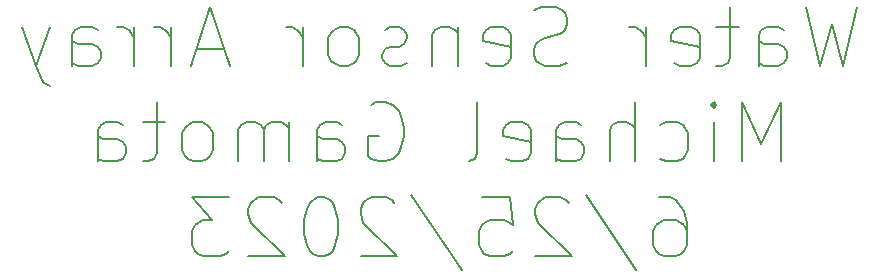
<source format=gbr>
%TF.GenerationSoftware,KiCad,Pcbnew,(6.0.7)*%
%TF.CreationDate,2023-06-25T15:17:45-07:00*%
%TF.ProjectId,watersensortraces,77617465-7273-4656-9e73-6f7274726163,rev?*%
%TF.SameCoordinates,Original*%
%TF.FileFunction,Legend,Bot*%
%TF.FilePolarity,Positive*%
%FSLAX46Y46*%
G04 Gerber Fmt 4.6, Leading zero omitted, Abs format (unit mm)*
G04 Created by KiCad (PCBNEW (6.0.7)) date 2023-06-25 15:17:45*
%MOMM*%
%LPD*%
G01*
G04 APERTURE LIST*
%ADD10C,0.150000*%
G04 APERTURE END LIST*
D10*
X163357142Y-91211904D02*
X162166666Y-96211904D01*
X161214285Y-92640476D01*
X160261904Y-96211904D01*
X159071428Y-91211904D01*
X155023809Y-96211904D02*
X155023809Y-93592857D01*
X155261904Y-93116666D01*
X155738095Y-92878571D01*
X156690476Y-92878571D01*
X157166666Y-93116666D01*
X155023809Y-95973809D02*
X155500000Y-96211904D01*
X156690476Y-96211904D01*
X157166666Y-95973809D01*
X157404761Y-95497619D01*
X157404761Y-95021428D01*
X157166666Y-94545238D01*
X156690476Y-94307142D01*
X155500000Y-94307142D01*
X155023809Y-94069047D01*
X153357142Y-92878571D02*
X151452380Y-92878571D01*
X152642857Y-91211904D02*
X152642857Y-95497619D01*
X152404761Y-95973809D01*
X151928571Y-96211904D01*
X151452380Y-96211904D01*
X147880952Y-95973809D02*
X148357142Y-96211904D01*
X149309523Y-96211904D01*
X149785714Y-95973809D01*
X150023809Y-95497619D01*
X150023809Y-93592857D01*
X149785714Y-93116666D01*
X149309523Y-92878571D01*
X148357142Y-92878571D01*
X147880952Y-93116666D01*
X147642857Y-93592857D01*
X147642857Y-94069047D01*
X150023809Y-94545238D01*
X145500000Y-96211904D02*
X145500000Y-92878571D01*
X145500000Y-93830952D02*
X145261904Y-93354761D01*
X145023809Y-93116666D01*
X144547619Y-92878571D01*
X144071428Y-92878571D01*
X138833333Y-95973809D02*
X138119047Y-96211904D01*
X136928571Y-96211904D01*
X136452380Y-95973809D01*
X136214285Y-95735714D01*
X135976190Y-95259523D01*
X135976190Y-94783333D01*
X136214285Y-94307142D01*
X136452380Y-94069047D01*
X136928571Y-93830952D01*
X137880952Y-93592857D01*
X138357142Y-93354761D01*
X138595238Y-93116666D01*
X138833333Y-92640476D01*
X138833333Y-92164285D01*
X138595238Y-91688095D01*
X138357142Y-91450000D01*
X137880952Y-91211904D01*
X136690476Y-91211904D01*
X135976190Y-91450000D01*
X131928571Y-95973809D02*
X132404761Y-96211904D01*
X133357142Y-96211904D01*
X133833333Y-95973809D01*
X134071428Y-95497619D01*
X134071428Y-93592857D01*
X133833333Y-93116666D01*
X133357142Y-92878571D01*
X132404761Y-92878571D01*
X131928571Y-93116666D01*
X131690476Y-93592857D01*
X131690476Y-94069047D01*
X134071428Y-94545238D01*
X129547619Y-92878571D02*
X129547619Y-96211904D01*
X129547619Y-93354761D02*
X129309523Y-93116666D01*
X128833333Y-92878571D01*
X128119047Y-92878571D01*
X127642857Y-93116666D01*
X127404761Y-93592857D01*
X127404761Y-96211904D01*
X125261904Y-95973809D02*
X124785714Y-96211904D01*
X123833333Y-96211904D01*
X123357142Y-95973809D01*
X123119047Y-95497619D01*
X123119047Y-95259523D01*
X123357142Y-94783333D01*
X123833333Y-94545238D01*
X124547619Y-94545238D01*
X125023809Y-94307142D01*
X125261904Y-93830952D01*
X125261904Y-93592857D01*
X125023809Y-93116666D01*
X124547619Y-92878571D01*
X123833333Y-92878571D01*
X123357142Y-93116666D01*
X120261904Y-96211904D02*
X120738095Y-95973809D01*
X120976190Y-95735714D01*
X121214285Y-95259523D01*
X121214285Y-93830952D01*
X120976190Y-93354761D01*
X120738095Y-93116666D01*
X120261904Y-92878571D01*
X119547619Y-92878571D01*
X119071428Y-93116666D01*
X118833333Y-93354761D01*
X118595238Y-93830952D01*
X118595238Y-95259523D01*
X118833333Y-95735714D01*
X119071428Y-95973809D01*
X119547619Y-96211904D01*
X120261904Y-96211904D01*
X116452380Y-96211904D02*
X116452380Y-92878571D01*
X116452380Y-93830952D02*
X116214285Y-93354761D01*
X115976190Y-93116666D01*
X115500000Y-92878571D01*
X115023809Y-92878571D01*
X109785714Y-94783333D02*
X107404761Y-94783333D01*
X110261904Y-96211904D02*
X108595238Y-91211904D01*
X106928571Y-96211904D01*
X105261904Y-96211904D02*
X105261904Y-92878571D01*
X105261904Y-93830952D02*
X105023809Y-93354761D01*
X104785714Y-93116666D01*
X104309523Y-92878571D01*
X103833333Y-92878571D01*
X102166666Y-96211904D02*
X102166666Y-92878571D01*
X102166666Y-93830952D02*
X101928571Y-93354761D01*
X101690476Y-93116666D01*
X101214285Y-92878571D01*
X100738095Y-92878571D01*
X96928571Y-96211904D02*
X96928571Y-93592857D01*
X97166666Y-93116666D01*
X97642857Y-92878571D01*
X98595238Y-92878571D01*
X99071428Y-93116666D01*
X96928571Y-95973809D02*
X97404761Y-96211904D01*
X98595238Y-96211904D01*
X99071428Y-95973809D01*
X99309523Y-95497619D01*
X99309523Y-95021428D01*
X99071428Y-94545238D01*
X98595238Y-94307142D01*
X97404761Y-94307142D01*
X96928571Y-94069047D01*
X95023809Y-92878571D02*
X93833333Y-96211904D01*
X92642857Y-92878571D02*
X93833333Y-96211904D01*
X94309523Y-97402380D01*
X94547619Y-97640476D01*
X95023809Y-97878571D01*
X156928571Y-104261904D02*
X156928571Y-99261904D01*
X155261904Y-102833333D01*
X153595238Y-99261904D01*
X153595238Y-104261904D01*
X151214285Y-104261904D02*
X151214285Y-100928571D01*
X151214285Y-99261904D02*
X151452380Y-99500000D01*
X151214285Y-99738095D01*
X150976190Y-99500000D01*
X151214285Y-99261904D01*
X151214285Y-99738095D01*
X146690476Y-104023809D02*
X147166666Y-104261904D01*
X148119047Y-104261904D01*
X148595238Y-104023809D01*
X148833333Y-103785714D01*
X149071428Y-103309523D01*
X149071428Y-101880952D01*
X148833333Y-101404761D01*
X148595238Y-101166666D01*
X148119047Y-100928571D01*
X147166666Y-100928571D01*
X146690476Y-101166666D01*
X144547619Y-104261904D02*
X144547619Y-99261904D01*
X142404761Y-104261904D02*
X142404761Y-101642857D01*
X142642857Y-101166666D01*
X143119047Y-100928571D01*
X143833333Y-100928571D01*
X144309523Y-101166666D01*
X144547619Y-101404761D01*
X137880952Y-104261904D02*
X137880952Y-101642857D01*
X138119047Y-101166666D01*
X138595238Y-100928571D01*
X139547619Y-100928571D01*
X140023809Y-101166666D01*
X137880952Y-104023809D02*
X138357142Y-104261904D01*
X139547619Y-104261904D01*
X140023809Y-104023809D01*
X140261904Y-103547619D01*
X140261904Y-103071428D01*
X140023809Y-102595238D01*
X139547619Y-102357142D01*
X138357142Y-102357142D01*
X137880952Y-102119047D01*
X133595238Y-104023809D02*
X134071428Y-104261904D01*
X135023809Y-104261904D01*
X135500000Y-104023809D01*
X135738095Y-103547619D01*
X135738095Y-101642857D01*
X135500000Y-101166666D01*
X135023809Y-100928571D01*
X134071428Y-100928571D01*
X133595238Y-101166666D01*
X133357142Y-101642857D01*
X133357142Y-102119047D01*
X135738095Y-102595238D01*
X130500000Y-104261904D02*
X130976190Y-104023809D01*
X131214285Y-103547619D01*
X131214285Y-99261904D01*
X122166666Y-99500000D02*
X122642857Y-99261904D01*
X123357142Y-99261904D01*
X124071428Y-99500000D01*
X124547619Y-99976190D01*
X124785714Y-100452380D01*
X125023809Y-101404761D01*
X125023809Y-102119047D01*
X124785714Y-103071428D01*
X124547619Y-103547619D01*
X124071428Y-104023809D01*
X123357142Y-104261904D01*
X122880952Y-104261904D01*
X122166666Y-104023809D01*
X121928571Y-103785714D01*
X121928571Y-102119047D01*
X122880952Y-102119047D01*
X117642857Y-104261904D02*
X117642857Y-101642857D01*
X117880952Y-101166666D01*
X118357142Y-100928571D01*
X119309523Y-100928571D01*
X119785714Y-101166666D01*
X117642857Y-104023809D02*
X118119047Y-104261904D01*
X119309523Y-104261904D01*
X119785714Y-104023809D01*
X120023809Y-103547619D01*
X120023809Y-103071428D01*
X119785714Y-102595238D01*
X119309523Y-102357142D01*
X118119047Y-102357142D01*
X117642857Y-102119047D01*
X115261904Y-104261904D02*
X115261904Y-100928571D01*
X115261904Y-101404761D02*
X115023809Y-101166666D01*
X114547619Y-100928571D01*
X113833333Y-100928571D01*
X113357142Y-101166666D01*
X113119047Y-101642857D01*
X113119047Y-104261904D01*
X113119047Y-101642857D02*
X112880952Y-101166666D01*
X112404761Y-100928571D01*
X111690476Y-100928571D01*
X111214285Y-101166666D01*
X110976190Y-101642857D01*
X110976190Y-104261904D01*
X107880952Y-104261904D02*
X108357142Y-104023809D01*
X108595238Y-103785714D01*
X108833333Y-103309523D01*
X108833333Y-101880952D01*
X108595238Y-101404761D01*
X108357142Y-101166666D01*
X107880952Y-100928571D01*
X107166666Y-100928571D01*
X106690476Y-101166666D01*
X106452380Y-101404761D01*
X106214285Y-101880952D01*
X106214285Y-103309523D01*
X106452380Y-103785714D01*
X106690476Y-104023809D01*
X107166666Y-104261904D01*
X107880952Y-104261904D01*
X104785714Y-100928571D02*
X102880952Y-100928571D01*
X104071428Y-99261904D02*
X104071428Y-103547619D01*
X103833333Y-104023809D01*
X103357142Y-104261904D01*
X102880952Y-104261904D01*
X99071428Y-104261904D02*
X99071428Y-101642857D01*
X99309523Y-101166666D01*
X99785714Y-100928571D01*
X100738095Y-100928571D01*
X101214285Y-101166666D01*
X99071428Y-104023809D02*
X99547619Y-104261904D01*
X100738095Y-104261904D01*
X101214285Y-104023809D01*
X101452380Y-103547619D01*
X101452380Y-103071428D01*
X101214285Y-102595238D01*
X100738095Y-102357142D01*
X99547619Y-102357142D01*
X99071428Y-102119047D01*
X146571428Y-107311904D02*
X147523809Y-107311904D01*
X148000000Y-107550000D01*
X148238095Y-107788095D01*
X148714285Y-108502380D01*
X148952380Y-109454761D01*
X148952380Y-111359523D01*
X148714285Y-111835714D01*
X148476190Y-112073809D01*
X148000000Y-112311904D01*
X147047619Y-112311904D01*
X146571428Y-112073809D01*
X146333333Y-111835714D01*
X146095238Y-111359523D01*
X146095238Y-110169047D01*
X146333333Y-109692857D01*
X146571428Y-109454761D01*
X147047619Y-109216666D01*
X148000000Y-109216666D01*
X148476190Y-109454761D01*
X148714285Y-109692857D01*
X148952380Y-110169047D01*
X140380952Y-107073809D02*
X144666666Y-113502380D01*
X138952380Y-107788095D02*
X138714285Y-107550000D01*
X138238095Y-107311904D01*
X137047619Y-107311904D01*
X136571428Y-107550000D01*
X136333333Y-107788095D01*
X136095238Y-108264285D01*
X136095238Y-108740476D01*
X136333333Y-109454761D01*
X139190476Y-112311904D01*
X136095238Y-112311904D01*
X131571428Y-107311904D02*
X133952380Y-107311904D01*
X134190476Y-109692857D01*
X133952380Y-109454761D01*
X133476190Y-109216666D01*
X132285714Y-109216666D01*
X131809523Y-109454761D01*
X131571428Y-109692857D01*
X131333333Y-110169047D01*
X131333333Y-111359523D01*
X131571428Y-111835714D01*
X131809523Y-112073809D01*
X132285714Y-112311904D01*
X133476190Y-112311904D01*
X133952380Y-112073809D01*
X134190476Y-111835714D01*
X125619047Y-107073809D02*
X129904761Y-113502380D01*
X124190476Y-107788095D02*
X123952380Y-107550000D01*
X123476190Y-107311904D01*
X122285714Y-107311904D01*
X121809523Y-107550000D01*
X121571428Y-107788095D01*
X121333333Y-108264285D01*
X121333333Y-108740476D01*
X121571428Y-109454761D01*
X124428571Y-112311904D01*
X121333333Y-112311904D01*
X118238095Y-107311904D02*
X117761904Y-107311904D01*
X117285714Y-107550000D01*
X117047619Y-107788095D01*
X116809523Y-108264285D01*
X116571428Y-109216666D01*
X116571428Y-110407142D01*
X116809523Y-111359523D01*
X117047619Y-111835714D01*
X117285714Y-112073809D01*
X117761904Y-112311904D01*
X118238095Y-112311904D01*
X118714285Y-112073809D01*
X118952380Y-111835714D01*
X119190476Y-111359523D01*
X119428571Y-110407142D01*
X119428571Y-109216666D01*
X119190476Y-108264285D01*
X118952380Y-107788095D01*
X118714285Y-107550000D01*
X118238095Y-107311904D01*
X114666666Y-107788095D02*
X114428571Y-107550000D01*
X113952380Y-107311904D01*
X112761904Y-107311904D01*
X112285714Y-107550000D01*
X112047619Y-107788095D01*
X111809523Y-108264285D01*
X111809523Y-108740476D01*
X112047619Y-109454761D01*
X114904761Y-112311904D01*
X111809523Y-112311904D01*
X110142857Y-107311904D02*
X107047619Y-107311904D01*
X108714285Y-109216666D01*
X108000000Y-109216666D01*
X107523809Y-109454761D01*
X107285714Y-109692857D01*
X107047619Y-110169047D01*
X107047619Y-111359523D01*
X107285714Y-111835714D01*
X107523809Y-112073809D01*
X108000000Y-112311904D01*
X109428571Y-112311904D01*
X109904761Y-112073809D01*
X110142857Y-111835714D01*
M02*

</source>
